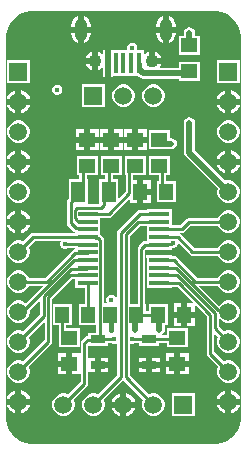
<source format=gtl>
G04*
G04 #@! TF.GenerationSoftware,Altium Limited,Altium Designer,22.5.1 (42)*
G04*
G04 Layer_Physical_Order=1*
G04 Layer_Color=255*
%FSLAX44Y44*%
%MOMM*%
G71*
G04*
G04 #@! TF.SameCoordinates,DFEE975E-FB4D-4F5B-BE5F-A39223BB333C*
G04*
G04*
G04 #@! TF.FilePolarity,Positive*
G04*
G01*
G75*
%ADD24R,1.2000X1.4000*%
%ADD25R,1.4000X1.2000*%
%ADD26R,1.2000X1.8000*%
%ADD27R,1.2500X0.6500*%
%ADD28R,1.6750X0.4500*%
%ADD29R,0.4000X1.8000*%
%ADD30C,0.5080*%
%ADD31C,0.2540*%
%ADD32C,0.3810*%
%ADD33C,1.5000*%
%ADD34R,1.5000X1.5000*%
%ADD35C,1.1000*%
%ADD36O,1.1000X1.8500*%
%ADD37R,1.5000X1.5000*%
%ADD38C,0.4500*%
G36*
X184614Y367903D02*
X188866Y366142D01*
X192692Y363586D01*
X195946Y360332D01*
X198502Y356506D01*
X200263Y352254D01*
X201161Y347741D01*
Y345440D01*
Y25400D01*
Y23099D01*
X200263Y18586D01*
X198502Y14334D01*
X195946Y10508D01*
X192692Y7254D01*
X188866Y4698D01*
X184614Y2937D01*
X180101Y2039D01*
X23099D01*
X18586Y2937D01*
X14334Y4698D01*
X10508Y7254D01*
X7254Y10508D01*
X4698Y14334D01*
X2937Y18586D01*
X2039Y23099D01*
Y25400D01*
Y345440D01*
Y347741D01*
X2937Y352254D01*
X4698Y356506D01*
X7254Y360332D01*
X10508Y363586D01*
X14334Y366142D01*
X18586Y367903D01*
X23099Y368801D01*
X180101D01*
X184614Y367903D01*
D02*
G37*
%LPC*%
G36*
X140140Y364460D02*
Y355600D01*
X145709D01*
Y356810D01*
X145433Y358909D01*
X144623Y360865D01*
X143334Y362544D01*
X141655Y363833D01*
X140140Y364460D01*
D02*
G37*
G36*
X68140Y364460D02*
Y355600D01*
X73709D01*
Y356810D01*
X73433Y358909D01*
X72623Y360865D01*
X71334Y362544D01*
X69655Y363833D01*
X68140Y364460D01*
D02*
G37*
G36*
X63060Y364460D02*
X61545Y363833D01*
X59866Y362544D01*
X58577Y360865D01*
X57767Y358909D01*
X57491Y356810D01*
Y355600D01*
X63060D01*
Y364460D01*
D02*
G37*
G36*
X135060Y364460D02*
X133545Y363833D01*
X131866Y362544D01*
X130577Y360865D01*
X129767Y358909D01*
X129491Y356810D01*
Y355600D01*
X135060D01*
Y364460D01*
D02*
G37*
G36*
X63060Y350520D02*
X57491D01*
Y349310D01*
X57767Y347211D01*
X58577Y345255D01*
X59866Y343576D01*
X61545Y342287D01*
X63060Y341660D01*
Y350520D01*
D02*
G37*
G36*
X145709D02*
X140140D01*
Y341660D01*
X141655Y342287D01*
X143334Y343576D01*
X144623Y345255D01*
X145433Y347211D01*
X145709Y349310D01*
Y350520D01*
D02*
G37*
G36*
X135060D02*
X129491D01*
Y349310D01*
X129767Y347211D01*
X130577Y345255D01*
X131866Y343576D01*
X133545Y342287D01*
X135060Y341660D01*
Y350520D01*
D02*
G37*
G36*
X73709D02*
X68140D01*
Y341660D01*
X69655Y342287D01*
X71334Y343576D01*
X72623Y345255D01*
X73433Y347211D01*
X73709Y349310D01*
Y350520D01*
D02*
G37*
G36*
X110065Y342070D02*
X108375D01*
X106813Y341423D01*
X105617Y340227D01*
X104970Y338665D01*
Y336975D01*
X105556Y335560D01*
X93140D01*
Y336100D01*
X91140D01*
Y335560D01*
X91100D01*
Y324560D01*
Y313559D01*
X91140D01*
Y313020D01*
X93140D01*
Y313560D01*
X114054D01*
X114657Y312957D01*
X114657Y312957D01*
X116159Y311953D01*
X117930Y311601D01*
X117930Y311601D01*
X148480D01*
Y309930D01*
X166480D01*
Y325930D01*
X148480D01*
Y320859D01*
X131519D01*
X132284Y321623D01*
X133342Y323457D01*
X133493Y324020D01*
X125850D01*
Y326560D01*
X123310D01*
Y334203D01*
X122747Y334052D01*
X120913Y332994D01*
X119416Y331497D01*
X118600Y330083D01*
Y335560D01*
X112884D01*
X113470Y336975D01*
Y338665D01*
X112823Y340227D01*
X111627Y341423D01*
X110065Y342070D01*
D02*
G37*
G36*
X157480Y355149D02*
X155709Y354797D01*
X154207Y353793D01*
X153203Y352291D01*
X152851Y350520D01*
Y347930D01*
X148480D01*
Y331930D01*
X166480D01*
Y347930D01*
X162109D01*
Y350520D01*
X161757Y352291D01*
X160753Y353793D01*
X159251Y354797D01*
X157480Y355149D01*
D02*
G37*
G36*
X86060Y336100D02*
X84060D01*
Y331018D01*
X83784Y331497D01*
X82287Y332994D01*
X80453Y334052D01*
X79890Y334203D01*
Y326560D01*
Y318917D01*
X80453Y319068D01*
X82287Y320126D01*
X83784Y321623D01*
X84060Y322102D01*
Y313020D01*
X86060D01*
Y324560D01*
Y336100D01*
D02*
G37*
G36*
X128390Y334203D02*
Y329100D01*
X133493D01*
X133342Y329663D01*
X132284Y331497D01*
X130787Y332994D01*
X128953Y334052D01*
X128390Y334203D01*
D02*
G37*
G36*
X74810Y334203D02*
X74247Y334052D01*
X72413Y332994D01*
X70916Y331497D01*
X69858Y329663D01*
X69707Y329100D01*
X74810D01*
Y334203D01*
D02*
G37*
G36*
Y324020D02*
X69707D01*
X69858Y323457D01*
X70916Y321623D01*
X72413Y320126D01*
X74247Y319068D01*
X74810Y318917D01*
Y324020D01*
D02*
G37*
G36*
X200000Y327000D02*
X181000D01*
Y308000D01*
X200000D01*
Y327000D01*
D02*
G37*
G36*
X22200D02*
X3200D01*
Y308000D01*
X22200D01*
Y327000D01*
D02*
G37*
G36*
X46565Y306510D02*
X44875D01*
X43313Y305863D01*
X42117Y304667D01*
X41470Y303105D01*
Y301415D01*
X42117Y299853D01*
X43313Y298657D01*
X44875Y298010D01*
X46565D01*
X48127Y298657D01*
X49323Y299853D01*
X49970Y301415D01*
Y303105D01*
X49323Y304667D01*
X48127Y305863D01*
X46565Y306510D01*
D02*
G37*
G36*
X193040Y301814D02*
Y294640D01*
X200214D01*
X199856Y295975D01*
X198534Y298265D01*
X196665Y300134D01*
X194375Y301456D01*
X193040Y301814D01*
D02*
G37*
G36*
X15240D02*
Y294640D01*
X22414D01*
X22056Y295975D01*
X20734Y298265D01*
X18865Y300134D01*
X16575Y301456D01*
X15240Y301814D01*
D02*
G37*
G36*
X10160D02*
X8825Y301456D01*
X6535Y300134D01*
X4666Y298265D01*
X3344Y295975D01*
X2986Y294640D01*
X10160D01*
Y301814D01*
D02*
G37*
G36*
X187960D02*
X186625Y301456D01*
X184335Y300134D01*
X182466Y298265D01*
X181144Y295975D01*
X180786Y294640D01*
X187960D01*
Y301814D01*
D02*
G37*
G36*
X128251Y306680D02*
X125749D01*
X123333Y306033D01*
X121167Y304782D01*
X119398Y303013D01*
X118147Y300847D01*
X117500Y298431D01*
Y295929D01*
X118147Y293513D01*
X119398Y291347D01*
X121167Y289578D01*
X123333Y288327D01*
X125749Y287680D01*
X128251D01*
X130667Y288327D01*
X132833Y289578D01*
X134602Y291347D01*
X135853Y293513D01*
X136500Y295929D01*
Y298431D01*
X135853Y300847D01*
X134602Y303013D01*
X132833Y304782D01*
X130667Y306033D01*
X128251Y306680D01*
D02*
G37*
G36*
X102851D02*
X100349D01*
X97933Y306033D01*
X95767Y304782D01*
X93998Y303013D01*
X92747Y300847D01*
X92100Y298431D01*
Y295929D01*
X92747Y293513D01*
X93998Y291347D01*
X95767Y289578D01*
X97933Y288327D01*
X100349Y287680D01*
X102851D01*
X105267Y288327D01*
X107433Y289578D01*
X109202Y291347D01*
X110453Y293513D01*
X111100Y295929D01*
Y298431D01*
X110453Y300847D01*
X109202Y303013D01*
X107433Y304782D01*
X105267Y306033D01*
X102851Y306680D01*
D02*
G37*
G36*
X85700D02*
X66700D01*
Y287680D01*
X85700D01*
Y306680D01*
D02*
G37*
G36*
X187960Y289560D02*
X180786D01*
X181144Y288225D01*
X182466Y285935D01*
X184335Y284066D01*
X186625Y282744D01*
X187960Y282386D01*
Y289560D01*
D02*
G37*
G36*
X10160D02*
X2986D01*
X3344Y288225D01*
X4666Y285935D01*
X6535Y284066D01*
X8825Y282744D01*
X10160Y282386D01*
Y289560D01*
D02*
G37*
G36*
X22414D02*
X15240D01*
Y282386D01*
X16575Y282744D01*
X18865Y284066D01*
X20734Y285935D01*
X22056Y288225D01*
X22414Y289560D01*
D02*
G37*
G36*
X200214D02*
X193040D01*
Y282386D01*
X194375Y282744D01*
X196665Y284066D01*
X198534Y285935D01*
X199856Y288225D01*
X200214Y289560D01*
D02*
G37*
G36*
X121300Y268460D02*
X114300D01*
Y262460D01*
X121300D01*
Y268460D01*
D02*
G37*
G36*
X109220D02*
X102220D01*
Y262460D01*
X109220D01*
Y268460D01*
D02*
G37*
G36*
X100980D02*
X93980D01*
Y262460D01*
X100980D01*
Y268460D01*
D02*
G37*
G36*
X88900D02*
X81900D01*
Y262460D01*
X88900D01*
Y268460D01*
D02*
G37*
G36*
X80660D02*
X73660D01*
Y262460D01*
X80660D01*
Y268460D01*
D02*
G37*
G36*
X68580D02*
X61580D01*
Y262460D01*
X68580D01*
Y268460D01*
D02*
G37*
G36*
X191751Y276200D02*
X189249D01*
X186833Y275553D01*
X184667Y274302D01*
X182898Y272533D01*
X181647Y270367D01*
X181000Y267951D01*
Y265449D01*
X181647Y263033D01*
X182898Y260867D01*
X184667Y259098D01*
X186833Y257847D01*
X189249Y257200D01*
X191751D01*
X194167Y257847D01*
X196333Y259098D01*
X198102Y260867D01*
X199353Y263033D01*
X200000Y265449D01*
Y267951D01*
X199353Y270367D01*
X198102Y272533D01*
X196333Y274302D01*
X194167Y275553D01*
X191751Y276200D01*
D02*
G37*
G36*
X13951D02*
X11449D01*
X9033Y275553D01*
X6867Y274302D01*
X5098Y272533D01*
X3847Y270367D01*
X3200Y267951D01*
Y265449D01*
X3847Y263033D01*
X5098Y260867D01*
X6867Y259098D01*
X9033Y257847D01*
X11449Y257200D01*
X13951D01*
X16367Y257847D01*
X18533Y259098D01*
X20302Y260867D01*
X21553Y263033D01*
X22200Y265449D01*
Y267951D01*
X21553Y270367D01*
X20302Y272533D01*
X18533Y274302D01*
X16367Y275553D01*
X13951Y276200D01*
D02*
G37*
G36*
X141080Y267920D02*
X123080D01*
Y251920D01*
X135415D01*
X135460Y251911D01*
X135460Y251911D01*
X142240D01*
X144011Y252263D01*
X145513Y253267D01*
X146517Y254769D01*
X146869Y256540D01*
X146517Y258311D01*
X145513Y259813D01*
X144011Y260817D01*
X142240Y261169D01*
X141080D01*
Y267920D01*
D02*
G37*
G36*
X121300Y257380D02*
X114300D01*
Y251380D01*
X121300D01*
Y257380D01*
D02*
G37*
G36*
X109220D02*
X102220D01*
Y251380D01*
X109220D01*
Y257380D01*
D02*
G37*
G36*
X100980D02*
X93980D01*
Y251380D01*
X100980D01*
Y257380D01*
D02*
G37*
G36*
X88900D02*
X81900D01*
Y251380D01*
X88900D01*
Y257380D01*
D02*
G37*
G36*
X80660D02*
X73660D01*
Y251380D01*
X80660D01*
Y257380D01*
D02*
G37*
G36*
X68580D02*
X61580D01*
Y251380D01*
X68580D01*
Y257380D01*
D02*
G37*
G36*
X193040Y251014D02*
Y243840D01*
X200214D01*
X199856Y245175D01*
X198534Y247465D01*
X196665Y249334D01*
X194375Y250656D01*
X193040Y251014D01*
D02*
G37*
G36*
X15240D02*
Y243840D01*
X22414D01*
X22056Y245175D01*
X20734Y247465D01*
X18865Y249334D01*
X16575Y250656D01*
X15240Y251014D01*
D02*
G37*
G36*
X10160D02*
X8825Y250656D01*
X6535Y249334D01*
X4666Y247465D01*
X3344Y245175D01*
X2986Y243840D01*
X10160D01*
Y251014D01*
D02*
G37*
G36*
X187960D02*
X186625Y250656D01*
X184335Y249334D01*
X182466Y247465D01*
X181144Y245175D01*
X180786Y243840D01*
X187960D01*
Y251014D01*
D02*
G37*
G36*
Y238760D02*
X180786D01*
X181144Y237425D01*
X182466Y235135D01*
X184335Y233266D01*
X186625Y231944D01*
X187960Y231586D01*
Y238760D01*
D02*
G37*
G36*
X10160D02*
X2986D01*
X3344Y237425D01*
X4666Y235135D01*
X6535Y233266D01*
X8825Y231944D01*
X10160Y231586D01*
Y238760D01*
D02*
G37*
G36*
X22414D02*
X15240D01*
Y231586D01*
X16575Y231944D01*
X18865Y233266D01*
X20734Y235135D01*
X22056Y237425D01*
X22414Y238760D01*
D02*
G37*
G36*
X200214D02*
X193040D01*
Y231586D01*
X194375Y231944D01*
X196665Y233266D01*
X198534Y235135D01*
X199856Y237425D01*
X200214Y238760D01*
D02*
G37*
G36*
X124540Y225440D02*
X118540D01*
Y218440D01*
X124540D01*
Y225440D01*
D02*
G37*
G36*
X120760Y245920D02*
X102760D01*
Y229920D01*
X103346D01*
Y216011D01*
X97200Y209865D01*
Y226900D01*
X92534D01*
Y229920D01*
X100440D01*
Y245920D01*
X82440D01*
Y229920D01*
X85866D01*
Y226900D01*
X81200D01*
Y205264D01*
X71200D01*
Y226900D01*
X70644D01*
Y229920D01*
X80120D01*
Y245920D01*
X62120D01*
Y229920D01*
X63976D01*
Y226900D01*
X55200D01*
Y209615D01*
X54792Y209207D01*
X54070Y208126D01*
X53816Y206850D01*
Y189025D01*
X54070Y187749D01*
X54792Y186668D01*
X58948Y182512D01*
X60029Y181790D01*
X60845Y181628D01*
Y180724D01*
X24990D01*
X23714Y180470D01*
X22633Y179748D01*
X16665Y173780D01*
X16367Y173953D01*
X13951Y174600D01*
X11449D01*
X9033Y173953D01*
X6867Y172702D01*
X5098Y170933D01*
X3847Y168767D01*
X3200Y166351D01*
Y163849D01*
X3847Y161433D01*
X5098Y159267D01*
X6867Y157498D01*
X9033Y156247D01*
X11449Y155600D01*
X13951D01*
X16367Y156247D01*
X18533Y157498D01*
X20302Y159267D01*
X21553Y161433D01*
X22200Y163849D01*
Y166351D01*
X21553Y168767D01*
X21380Y169065D01*
X26371Y174056D01*
X48666D01*
X48467Y173857D01*
X47820Y172295D01*
Y170605D01*
X48467Y169043D01*
X49663Y167847D01*
X51225Y167200D01*
X52915D01*
X54477Y167847D01*
X54746Y168116D01*
X60845D01*
Y167096D01*
X59627Y166854D01*
X58546Y166131D01*
X35449Y143034D01*
X21642D01*
X21553Y143367D01*
X20302Y145533D01*
X18533Y147302D01*
X16367Y148553D01*
X13951Y149200D01*
X11449D01*
X9033Y148553D01*
X6867Y147302D01*
X5098Y145533D01*
X3847Y143367D01*
X3200Y140951D01*
Y138449D01*
X3847Y136033D01*
X5098Y133867D01*
X6867Y132098D01*
X9033Y130847D01*
X11449Y130200D01*
X13951D01*
X16367Y130847D01*
X18533Y132098D01*
X20302Y133867D01*
X21553Y136033D01*
X21642Y136366D01*
X33630D01*
X18850Y121585D01*
X18533Y121902D01*
X16367Y123153D01*
X13951Y123800D01*
X11449D01*
X9033Y123153D01*
X6867Y121902D01*
X5098Y120133D01*
X3847Y117967D01*
X3200Y115551D01*
Y113049D01*
X3847Y110633D01*
X5098Y108467D01*
X6867Y106698D01*
X9033Y105447D01*
X11449Y104800D01*
X13951D01*
X16367Y105447D01*
X18533Y106698D01*
X20302Y108467D01*
X21553Y110633D01*
X22200Y113049D01*
Y115540D01*
X22305Y115610D01*
X30956Y124262D01*
Y111871D01*
X16665Y97580D01*
X16367Y97753D01*
X13951Y98400D01*
X11449D01*
X9033Y97753D01*
X6867Y96502D01*
X5098Y94733D01*
X3847Y92567D01*
X3200Y90151D01*
Y87649D01*
X3847Y85233D01*
X5098Y83067D01*
X6867Y81298D01*
X9033Y80047D01*
X11449Y79400D01*
X13951D01*
X16367Y80047D01*
X18533Y81298D01*
X20302Y83067D01*
X21553Y85233D01*
X22200Y87649D01*
Y90151D01*
X21553Y92567D01*
X21380Y92865D01*
X34766Y106251D01*
Y90281D01*
X16665Y72180D01*
X16367Y72353D01*
X13951Y73000D01*
X11449D01*
X9033Y72353D01*
X6867Y71102D01*
X5098Y69333D01*
X3847Y67167D01*
X3200Y64751D01*
Y62249D01*
X3847Y59833D01*
X5098Y57667D01*
X6867Y55898D01*
X9033Y54647D01*
X11449Y54000D01*
X13951D01*
X16367Y54647D01*
X18533Y55898D01*
X20302Y57667D01*
X21553Y59833D01*
X22200Y62249D01*
Y64751D01*
X21553Y67167D01*
X21380Y67465D01*
X40458Y86543D01*
X41180Y87624D01*
X41434Y88900D01*
Y125041D01*
X57949Y141556D01*
X60845D01*
Y140640D01*
Y134140D01*
X68626D01*
Y120760D01*
X63960D01*
Y102760D01*
X78420D01*
Y96010D01*
X71600D01*
Y93662D01*
X71278D01*
X70002Y93408D01*
X68920Y92685D01*
X66223Y89987D01*
X65500Y88906D01*
X65246Y87630D01*
Y78820D01*
X58420D01*
Y70280D01*
Y61740D01*
X65246D01*
Y54721D01*
X54765Y44240D01*
X54467Y44413D01*
X52051Y45060D01*
X49549D01*
X47133Y44413D01*
X44967Y43162D01*
X43198Y41393D01*
X41947Y39227D01*
X41300Y36811D01*
Y34309D01*
X41947Y31893D01*
X43198Y29727D01*
X44967Y27958D01*
X47133Y26707D01*
X49549Y26060D01*
X52051D01*
X54467Y26707D01*
X56633Y27958D01*
X58402Y29727D01*
X59653Y31893D01*
X60300Y34309D01*
Y36811D01*
X59653Y39227D01*
X59480Y39525D01*
X70938Y50982D01*
X71660Y52064D01*
X71914Y53340D01*
Y63470D01*
X77310D01*
Y69260D01*
Y75050D01*
X71914D01*
Y85510D01*
X88100D01*
Y88106D01*
X91304D01*
X91573Y87837D01*
X93135Y87190D01*
X94825D01*
X96234Y87774D01*
Y60309D01*
X80165Y44240D01*
X79867Y44413D01*
X77451Y45060D01*
X74949D01*
X72533Y44413D01*
X70367Y43162D01*
X68598Y41393D01*
X67347Y39227D01*
X66700Y36811D01*
Y34309D01*
X67347Y31893D01*
X68598Y29727D01*
X70367Y27958D01*
X72533Y26707D01*
X74949Y26060D01*
X77451D01*
X79867Y26707D01*
X82033Y27958D01*
X83802Y29727D01*
X85053Y31893D01*
X85700Y34309D01*
Y36811D01*
X85053Y39227D01*
X84880Y39525D01*
X101600Y56245D01*
X118320Y39525D01*
X118147Y39227D01*
X117500Y36811D01*
Y34309D01*
X118147Y31893D01*
X119398Y29727D01*
X121167Y27958D01*
X123333Y26707D01*
X125749Y26060D01*
X128251D01*
X130667Y26707D01*
X132833Y27958D01*
X134602Y29727D01*
X135853Y31893D01*
X136500Y34309D01*
Y36811D01*
X135853Y39227D01*
X134602Y41393D01*
X132833Y43162D01*
X130667Y44413D01*
X128251Y45060D01*
X125749D01*
X123333Y44413D01*
X123035Y44240D01*
X106966Y60309D01*
Y87774D01*
X108375Y87190D01*
X110065D01*
X111627Y87837D01*
X111896Y88106D01*
X115100D01*
Y85510D01*
X131600D01*
Y87426D01*
X138320D01*
Y84280D01*
X156320D01*
Y100280D01*
X138320D01*
Y94094D01*
X131600D01*
Y94527D01*
X132080Y94431D01*
X133851Y94783D01*
X135353Y95787D01*
X136357Y97289D01*
X136709Y99060D01*
Y102760D01*
X139240D01*
Y120760D01*
X123240D01*
Y115094D01*
X120600D01*
Y120760D01*
X120174D01*
Y166259D01*
X121065Y167150D01*
Y166930D01*
X121604D01*
Y166639D01*
X142355D01*
Y166930D01*
X142895D01*
Y168350D01*
X144355D01*
X145917Y168997D01*
X147113Y170193D01*
X147760Y171755D01*
Y172645D01*
X157662Y162742D01*
X158744Y162020D01*
X160020Y161766D01*
X181558D01*
X181647Y161433D01*
X182898Y159267D01*
X184667Y157498D01*
X186833Y156247D01*
X189249Y155600D01*
X191751D01*
X194167Y156247D01*
X196333Y157498D01*
X198102Y159267D01*
X199353Y161433D01*
X200000Y163849D01*
Y166351D01*
X199353Y168767D01*
X198102Y170933D01*
X196333Y172702D01*
X194167Y173953D01*
X191751Y174600D01*
X189249D01*
X186833Y173953D01*
X184667Y172702D01*
X182898Y170933D01*
X181647Y168767D01*
X181558Y168434D01*
X161401D01*
X150088Y179748D01*
X149006Y180470D01*
X148575Y180556D01*
X150870D01*
X152146Y180810D01*
X153228Y181532D01*
X158861Y187166D01*
X181558D01*
X181647Y186833D01*
X182898Y184667D01*
X184667Y182898D01*
X186833Y181647D01*
X189249Y181000D01*
X191751D01*
X194167Y181647D01*
X196333Y182898D01*
X198102Y184667D01*
X199353Y186833D01*
X200000Y189249D01*
Y191751D01*
X199353Y194167D01*
X198102Y196333D01*
X196333Y198102D01*
X194167Y199353D01*
X191751Y200000D01*
X189249D01*
X186833Y199353D01*
X184667Y198102D01*
X182898Y196333D01*
X181647Y194167D01*
X181558Y193834D01*
X157480D01*
X156204Y193580D01*
X155122Y192857D01*
X149489Y187224D01*
X142355D01*
Y192640D01*
Y201140D01*
X121605D01*
Y200224D01*
X115610D01*
X114334Y199970D01*
X113252Y199247D01*
X97211Y183206D01*
X96488Y182124D01*
X96234Y180848D01*
Y121300D01*
X94290D01*
X95043Y122053D01*
X95690Y123615D01*
Y125305D01*
X95043Y126867D01*
X93847Y128063D01*
X92285Y128710D01*
X90595D01*
X89033Y128063D01*
X87837Y126867D01*
X87190Y125305D01*
Y123615D01*
X87837Y122053D01*
X88590Y121300D01*
X85088D01*
Y174922D01*
X84834Y176198D01*
X84111Y177280D01*
X82624Y178768D01*
X81595Y179455D01*
Y179640D01*
Y186140D01*
Y192640D01*
Y193556D01*
X88940D01*
X90216Y193810D01*
X91298Y194533D01*
X107460Y210695D01*
Y206360D01*
X113460D01*
Y215900D01*
Y225440D01*
X110014D01*
Y229920D01*
X120760D01*
Y245920D01*
D02*
G37*
G36*
X141080D02*
X123080D01*
Y229920D01*
X131286D01*
Y224900D01*
X130000D01*
Y206900D01*
X146000D01*
Y224900D01*
X137954D01*
Y229920D01*
X141080D01*
Y245920D01*
D02*
G37*
G36*
X157480Y278949D02*
X155709Y278597D01*
X154207Y277593D01*
X153203Y276091D01*
X152851Y274320D01*
Y248920D01*
X152851Y248920D01*
X153203Y247149D01*
X154207Y245647D01*
X181360Y218494D01*
X181000Y217151D01*
Y214649D01*
X181647Y212233D01*
X182898Y210067D01*
X184667Y208298D01*
X186833Y207047D01*
X189249Y206400D01*
X191751D01*
X194167Y207047D01*
X196333Y208298D01*
X198102Y210067D01*
X199353Y212233D01*
X200000Y214649D01*
Y217151D01*
X199353Y219567D01*
X198102Y221733D01*
X196333Y223502D01*
X194167Y224753D01*
X191751Y225400D01*
X189249D01*
X187906Y225040D01*
X162109Y250837D01*
Y274320D01*
X161757Y276091D01*
X160753Y277593D01*
X159251Y278597D01*
X157480Y278949D01*
D02*
G37*
G36*
X13951Y225400D02*
X11449D01*
X9033Y224753D01*
X6867Y223502D01*
X5098Y221733D01*
X3847Y219567D01*
X3200Y217151D01*
Y214649D01*
X3847Y212233D01*
X5098Y210067D01*
X6867Y208298D01*
X9033Y207047D01*
X11449Y206400D01*
X13951D01*
X16367Y207047D01*
X18533Y208298D01*
X20302Y210067D01*
X21553Y212233D01*
X22200Y214649D01*
Y217151D01*
X21553Y219567D01*
X20302Y221733D01*
X18533Y223502D01*
X16367Y224753D01*
X13951Y225400D01*
D02*
G37*
G36*
X124540Y213360D02*
X118540D01*
Y206360D01*
X124540D01*
Y213360D01*
D02*
G37*
G36*
X15240Y200214D02*
Y193040D01*
X22414D01*
X22056Y194375D01*
X20734Y196665D01*
X18865Y198534D01*
X16575Y199856D01*
X15240Y200214D01*
D02*
G37*
G36*
X10160D02*
X8825Y199856D01*
X6535Y198534D01*
X4666Y196665D01*
X3344Y194375D01*
X2986Y193040D01*
X10160D01*
Y200214D01*
D02*
G37*
G36*
Y187960D02*
X2986D01*
X3344Y186625D01*
X4666Y184335D01*
X6535Y182466D01*
X8825Y181144D01*
X10160Y180786D01*
Y187960D01*
D02*
G37*
G36*
X22414D02*
X15240D01*
Y180786D01*
X16575Y181144D01*
X18865Y182466D01*
X20734Y184335D01*
X22056Y186625D01*
X22414Y187960D01*
D02*
G37*
G36*
X142355Y162141D02*
X121604D01*
Y161850D01*
X121065D01*
Y159600D01*
X121605D01*
Y153640D01*
Y147140D01*
Y140640D01*
Y134140D01*
X142355D01*
Y135056D01*
X147249D01*
X161005Y121300D01*
X155780D01*
Y114300D01*
X161780D01*
Y120525D01*
X171926Y110379D01*
Y78740D01*
X172180Y77464D01*
X172903Y76382D01*
X181820Y67465D01*
X181647Y67167D01*
X181000Y64751D01*
Y62249D01*
X181647Y59833D01*
X182898Y57667D01*
X184667Y55898D01*
X186833Y54647D01*
X189249Y54000D01*
X191751D01*
X194167Y54647D01*
X196333Y55898D01*
X198102Y57667D01*
X199353Y59833D01*
X200000Y62249D01*
Y64751D01*
X199353Y67167D01*
X198102Y69333D01*
X196333Y71102D01*
X194167Y72353D01*
X191751Y73000D01*
X189249D01*
X186833Y72353D01*
X186535Y72180D01*
X178594Y80121D01*
Y96091D01*
X181820Y92865D01*
X181647Y92567D01*
X181000Y90151D01*
Y87649D01*
X181647Y85233D01*
X182898Y83067D01*
X184667Y81298D01*
X186833Y80047D01*
X189249Y79400D01*
X191751D01*
X194167Y80047D01*
X196333Y81298D01*
X198102Y83067D01*
X199353Y85233D01*
X200000Y87649D01*
Y90151D01*
X199353Y92567D01*
X198102Y94733D01*
X196333Y96502D01*
X194167Y97753D01*
X191751Y98400D01*
X189249D01*
X186833Y97753D01*
X186535Y97580D01*
X182404Y101711D01*
Y109323D01*
X182898Y108467D01*
X184667Y106698D01*
X186833Y105447D01*
X189249Y104800D01*
X191751D01*
X194167Y105447D01*
X196333Y106698D01*
X198102Y108467D01*
X199353Y110633D01*
X200000Y113049D01*
Y115551D01*
X199353Y117967D01*
X198102Y120133D01*
X196333Y121902D01*
X194167Y123153D01*
X191751Y123800D01*
X189249D01*
X186833Y123153D01*
X184667Y121902D01*
X182898Y120133D01*
X182482Y119413D01*
X165529Y136366D01*
X181558D01*
X181647Y136033D01*
X182898Y133867D01*
X184667Y132098D01*
X186833Y130847D01*
X189249Y130200D01*
X191751D01*
X194167Y130847D01*
X196333Y132098D01*
X198102Y133867D01*
X199353Y136033D01*
X200000Y138449D01*
Y140951D01*
X199353Y143367D01*
X198102Y145533D01*
X196333Y147302D01*
X194167Y148553D01*
X191751Y149200D01*
X189249D01*
X186833Y148553D01*
X184667Y147302D01*
X182898Y145533D01*
X181647Y143367D01*
X181558Y143034D01*
X163941D01*
X146728Y160247D01*
X145646Y160970D01*
X144370Y161224D01*
X142895D01*
Y161850D01*
X142355D01*
Y162141D01*
D02*
G37*
G36*
X150700Y121300D02*
X144700D01*
Y114300D01*
X150700D01*
Y121300D01*
D02*
G37*
G36*
X161780Y109220D02*
X155780D01*
Y102220D01*
X161780D01*
Y109220D01*
D02*
G37*
G36*
X150700D02*
X144700D01*
Y102220D01*
X150700D01*
Y109220D01*
D02*
G37*
G36*
X57960Y120760D02*
X41960D01*
Y102760D01*
X46626D01*
Y97200D01*
X46880Y95924D01*
X46880Y95924D01*
Y84280D01*
X64880D01*
Y100280D01*
X53294D01*
Y102760D01*
X57960D01*
Y120760D01*
D02*
G37*
G36*
X156860Y78820D02*
X149860D01*
Y72820D01*
X156860D01*
Y78820D01*
D02*
G37*
G36*
X144780D02*
X137780D01*
Y72820D01*
X144780D01*
Y78820D01*
D02*
G37*
G36*
X53340D02*
X46340D01*
Y72820D01*
X53340D01*
Y78820D01*
D02*
G37*
G36*
X132140Y75050D02*
X125890D01*
Y71800D01*
X132140D01*
Y75050D01*
D02*
G37*
G36*
X88640D02*
X82390D01*
Y71800D01*
X88640D01*
Y75050D01*
D02*
G37*
G36*
X120810D02*
X114560D01*
Y71800D01*
X120810D01*
Y75050D01*
D02*
G37*
G36*
X132140Y66720D02*
X125890D01*
Y63470D01*
X132140D01*
Y66720D01*
D02*
G37*
G36*
X120810D02*
X114560D01*
Y63470D01*
X120810D01*
Y66720D01*
D02*
G37*
G36*
X88640D02*
X82390D01*
Y63470D01*
X88640D01*
Y66720D01*
D02*
G37*
G36*
X156860Y67740D02*
X149860D01*
Y61740D01*
X156860D01*
Y67740D01*
D02*
G37*
G36*
X144780D02*
X137780D01*
Y61740D01*
X144780D01*
Y67740D01*
D02*
G37*
G36*
X53340D02*
X46340D01*
Y61740D01*
X53340D01*
Y67740D01*
D02*
G37*
G36*
X193040Y47814D02*
Y40640D01*
X200214D01*
X199856Y41975D01*
X198534Y44265D01*
X196665Y46134D01*
X194375Y47456D01*
X193040Y47814D01*
D02*
G37*
G36*
X15240D02*
Y40640D01*
X22414D01*
X22056Y41975D01*
X20734Y44265D01*
X18865Y46134D01*
X16575Y47456D01*
X15240Y47814D01*
D02*
G37*
G36*
X187960D02*
X186625Y47456D01*
X184335Y46134D01*
X182466Y44265D01*
X181144Y41975D01*
X180786Y40640D01*
X187960D01*
Y47814D01*
D02*
G37*
G36*
X10160D02*
X8825Y47456D01*
X6535Y46134D01*
X4666Y44265D01*
X3344Y41975D01*
X2986Y40640D01*
X10160D01*
Y47814D01*
D02*
G37*
G36*
X104140Y45274D02*
Y38100D01*
X111314D01*
X110956Y39435D01*
X109634Y41725D01*
X107765Y43594D01*
X105475Y44916D01*
X104140Y45274D01*
D02*
G37*
G36*
X99060Y45274D02*
X97725Y44916D01*
X95435Y43594D01*
X93566Y41725D01*
X92244Y39435D01*
X91886Y38100D01*
X99060D01*
Y45274D01*
D02*
G37*
G36*
X187960Y35560D02*
X180786D01*
X181144Y34225D01*
X182466Y31935D01*
X184335Y30066D01*
X186625Y28744D01*
X187960Y28386D01*
Y35560D01*
D02*
G37*
G36*
X10160D02*
X2986D01*
X3344Y34225D01*
X4666Y31935D01*
X6535Y30066D01*
X8825Y28744D01*
X10160Y28386D01*
Y35560D01*
D02*
G37*
G36*
X22414D02*
X15240D01*
Y28386D01*
X16575Y28744D01*
X18865Y30066D01*
X20734Y31935D01*
X22056Y34225D01*
X22414Y35560D01*
D02*
G37*
G36*
X200214D02*
X193040D01*
Y28386D01*
X194375Y28744D01*
X196665Y30066D01*
X198534Y31935D01*
X199856Y34225D01*
X200214Y35560D01*
D02*
G37*
G36*
X161900Y45060D02*
X142900D01*
Y26060D01*
X161900D01*
Y45060D01*
D02*
G37*
G36*
X99060Y33020D02*
X91886D01*
X92244Y31685D01*
X93566Y29395D01*
X95435Y27526D01*
X97725Y26204D01*
X99060Y25846D01*
Y33020D01*
D02*
G37*
G36*
X111314D02*
X104140D01*
Y25846D01*
X105475Y26204D01*
X107765Y27526D01*
X109634Y29395D01*
X110956Y31685D01*
X111314Y33020D01*
D02*
G37*
%LPD*%
G36*
X121605Y186140D02*
Y179640D01*
Y175140D01*
Y174147D01*
X120013D01*
X118737Y173893D01*
X117655Y173170D01*
X114482Y169998D01*
X113760Y168916D01*
X113506Y167640D01*
Y120760D01*
X106966D01*
Y178451D01*
X115571Y187056D01*
X121605D01*
Y186140D01*
D02*
G37*
D24*
X138000Y215900D02*
D03*
X116000D02*
D03*
X49960Y111760D02*
D03*
X71960D02*
D03*
X131240D02*
D03*
X153240D02*
D03*
X112600D02*
D03*
X90600D02*
D03*
D25*
X55880Y70280D02*
D03*
Y92280D02*
D03*
X157480Y339930D02*
D03*
Y317930D02*
D03*
X132080Y259920D02*
D03*
Y237920D02*
D03*
X111760D02*
D03*
Y259920D02*
D03*
X71120Y237920D02*
D03*
Y259920D02*
D03*
X91440Y237920D02*
D03*
Y259920D02*
D03*
X147320Y70280D02*
D03*
Y92280D02*
D03*
D26*
X89200Y215900D02*
D03*
X63200D02*
D03*
D27*
X123350Y69260D02*
D03*
X79850D02*
D03*
X123350Y90760D02*
D03*
X79850D02*
D03*
D28*
X131980Y196890D02*
D03*
Y190390D02*
D03*
Y183890D02*
D03*
Y177390D02*
D03*
Y170890D02*
D03*
Y164390D02*
D03*
Y157890D02*
D03*
Y151390D02*
D03*
Y144890D02*
D03*
Y138390D02*
D03*
X71220D02*
D03*
Y144890D02*
D03*
Y151390D02*
D03*
Y157890D02*
D03*
Y164390D02*
D03*
Y170890D02*
D03*
Y177390D02*
D03*
Y183890D02*
D03*
Y190390D02*
D03*
Y196890D02*
D03*
D29*
X114600Y324560D02*
D03*
X95100D02*
D03*
X101600D02*
D03*
X108100D02*
D03*
X88600D02*
D03*
D30*
X135460Y256540D02*
X142240D01*
X132080Y259920D02*
X135460Y256540D01*
X157480Y248920D02*
Y274320D01*
Y248920D02*
X190500Y215900D01*
X187816Y266700D02*
X190500D01*
X157480Y339930D02*
Y350520D01*
X132080Y99060D02*
Y110920D01*
X131240Y111760D02*
X132080Y110920D01*
X111760Y99060D02*
Y110920D01*
X112600Y111760D01*
X117930Y316230D02*
X155780D01*
X115330Y318830D02*
X117930Y316230D01*
D31*
X132960Y171870D02*
X142250D01*
X142980Y172600D02*
X143510D01*
X142250Y171870D02*
X142980Y172600D01*
X131903Y170813D02*
X132960Y171870D01*
X81754Y91440D02*
X93980D01*
X109220D02*
X122670D01*
X123350Y90760D01*
X79850D02*
X81754Y92664D01*
X79418Y90328D02*
X79850Y90760D01*
X120013Y170813D02*
X131903D01*
X116840Y167640D02*
X120013Y170813D01*
X112600Y111760D02*
X116840Y116000D01*
Y167640D01*
X52070Y171450D02*
X70660D01*
X99568Y58928D02*
Y180848D01*
X76200Y35560D02*
X99568Y58928D01*
X103632D02*
Y179959D01*
X80266Y176410D02*
X81754Y174922D01*
X99568Y180848D02*
X115610Y196890D01*
X78325Y176410D02*
X80266D01*
X77345Y177390D02*
X78325Y176410D01*
X71220Y177390D02*
X77345D01*
X103632Y58928D02*
X127000Y35560D01*
X71220Y177390D02*
X71220Y177390D01*
X24990Y177390D02*
X71220D01*
X81754Y92664D02*
Y174922D01*
X106680Y214630D02*
Y233190D01*
X88940Y196890D02*
X106680Y214630D01*
X155780Y316230D02*
X157480Y317930D01*
X114600Y325310D02*
X115330Y324580D01*
Y318830D02*
Y324580D01*
X70660Y171450D02*
X71220Y170890D01*
X157480Y190500D02*
X190500D01*
X150870Y183890D02*
X157480Y190500D01*
X131980Y183890D02*
X150870D01*
X160020Y165100D02*
X190500D01*
X131980Y177390D02*
X147730D01*
X160020Y165100D01*
X12700D02*
X24990Y177390D01*
X106680Y233190D02*
X111410Y237920D01*
X111760D01*
X132080D02*
X134620Y235380D01*
Y219280D02*
X138000Y215900D01*
X134620Y219280D02*
Y235380D01*
X57150Y206850D02*
X63200Y212900D01*
Y215900D01*
X57150Y189025D02*
X61305Y184870D01*
X57150Y189025D02*
Y206850D01*
X62630Y191370D02*
X70240D01*
X62230Y191770D02*
X62630Y191370D01*
X60686Y193258D02*
X62174Y191770D01*
X62230D01*
X62582Y201930D02*
X82760D01*
X60686Y193258D02*
Y200034D01*
X62582Y201930D01*
X70240Y191370D02*
X71220Y190390D01*
X63200Y215900D02*
X67310Y220010D01*
X70240Y184870D02*
X71220Y183890D01*
X61305Y184870D02*
X70240D01*
X67310Y220010D02*
Y234110D01*
X71120Y237920D01*
X85408Y214272D02*
X89200Y218065D01*
Y235680D01*
Y215900D02*
Y218065D01*
Y235680D02*
X91440Y237920D01*
X82760Y201930D02*
X85408Y204578D01*
Y214272D01*
X71220Y196890D02*
X88940D01*
X131980Y157890D02*
X144370D01*
X162560Y139700D02*
X190500D01*
X144370Y157890D02*
X162560Y139700D01*
X175260Y78740D02*
Y111760D01*
X147210Y144890D02*
X179070Y113030D01*
X145790Y151390D02*
X181233Y115947D01*
X188853D01*
X190500Y114300D01*
X131980Y138390D02*
X148630D01*
X131980Y144890D02*
X147210D01*
X148630Y138390D02*
X175260Y111760D01*
X179070Y100330D02*
Y113030D01*
X131980Y151390D02*
X145790D01*
X175260Y78740D02*
X190500Y63500D01*
X179070Y100330D02*
X190500Y88900D01*
X19947Y117968D02*
X59869Y157890D01*
X12700Y114300D02*
X16072D01*
X19739Y117968D02*
X19947D01*
X16072Y114300D02*
X19739Y117968D01*
X60903Y163773D02*
X70603D01*
X34290Y127461D02*
X57239Y150410D01*
X38100Y126422D02*
X56568Y144890D01*
X12700Y139700D02*
X36830D01*
X34290Y110490D02*
Y127461D01*
X59869Y157890D02*
X71220D01*
X38100Y88900D02*
Y126422D01*
X70603Y163773D02*
X71220Y164390D01*
X56568Y144890D02*
X71220D01*
X36830Y139700D02*
X60903Y163773D01*
X57239Y150410D02*
X70240D01*
X12700Y63500D02*
X38100Y88900D01*
X12700D02*
X34290Y110490D01*
X70240Y150410D02*
X71220Y151390D01*
X71278Y90328D02*
X79418D01*
X145800Y90760D02*
X147320Y92280D01*
X123350Y90760D02*
X145800D01*
X68580Y53340D02*
Y87630D01*
X71278Y90328D01*
X50800Y35560D02*
X68580Y53340D01*
X103759Y179959D02*
X114190Y190390D01*
X115610Y196890D02*
X131980D01*
X112600Y111760D02*
X131240D01*
X71960D02*
Y137650D01*
X71220Y138390D02*
X71960Y137650D01*
X49960Y97200D02*
X54880Y92280D01*
X49960Y97200D02*
Y111760D01*
X54880Y92280D02*
X55880D01*
X114190Y190390D02*
X131980D01*
D32*
X90600Y111760D02*
X91440Y110920D01*
Y99060D02*
Y110920D01*
D33*
X127000Y35560D02*
D03*
X101600D02*
D03*
X76200D02*
D03*
X50800D02*
D03*
X127000Y297180D02*
D03*
X101600D02*
D03*
X190500Y190500D02*
D03*
Y215900D02*
D03*
Y241300D02*
D03*
Y266700D02*
D03*
Y139700D02*
D03*
Y165100D02*
D03*
Y292100D02*
D03*
Y114300D02*
D03*
Y88900D02*
D03*
Y63500D02*
D03*
Y38100D02*
D03*
X12700Y190500D02*
D03*
Y215900D02*
D03*
Y241300D02*
D03*
Y266700D02*
D03*
Y139700D02*
D03*
Y165100D02*
D03*
Y292100D02*
D03*
Y114300D02*
D03*
Y88900D02*
D03*
Y63500D02*
D03*
Y38100D02*
D03*
D34*
X152400Y35560D02*
D03*
X76200Y297180D02*
D03*
D35*
X77350Y326560D02*
D03*
X125850D02*
D03*
D36*
X137600Y353060D02*
D03*
X65600D02*
D03*
D37*
X190500Y317500D02*
D03*
X12700D02*
D03*
D38*
X83820Y248920D02*
D03*
X109220Y337820D02*
D03*
X142240Y256540D02*
D03*
X154940Y231140D02*
D03*
X157480Y274320D02*
D03*
X136449Y279060D02*
D03*
X55880Y264160D02*
D03*
X170180Y266700D02*
D03*
X143510Y172600D02*
D03*
X40640Y256540D02*
D03*
X45720Y302260D02*
D03*
X35560Y332740D02*
D03*
X55880D02*
D03*
X157480Y350520D02*
D03*
X172720Y152400D02*
D03*
X149860Y163830D02*
D03*
X172720Y335280D02*
D03*
X101600Y226060D02*
D03*
X144780Y340360D02*
D03*
X33020Y160020D02*
D03*
X60960Y127000D02*
D03*
X73660Y213360D02*
D03*
X40640Y226060D02*
D03*
X91440Y276860D02*
D03*
X55880Y284480D02*
D03*
X109220Y203200D02*
D03*
X127000Y226060D02*
D03*
X152400Y200660D02*
D03*
X165100Y177800D02*
D03*
X91440Y182880D02*
D03*
X160020Y68580D02*
D03*
X152400Y124460D02*
D03*
X91440Y99060D02*
D03*
X43180Y68580D02*
D03*
X88900Y81280D02*
D03*
X134620D02*
D03*
X93980Y91440D02*
D03*
X109220D02*
D03*
X132080Y99060D02*
D03*
X111760D02*
D03*
X91440Y124460D02*
D03*
X137160Y127000D02*
D03*
X109220Y129540D02*
D03*
X114300Y177800D02*
D03*
X52070Y171450D02*
D03*
M02*

</source>
